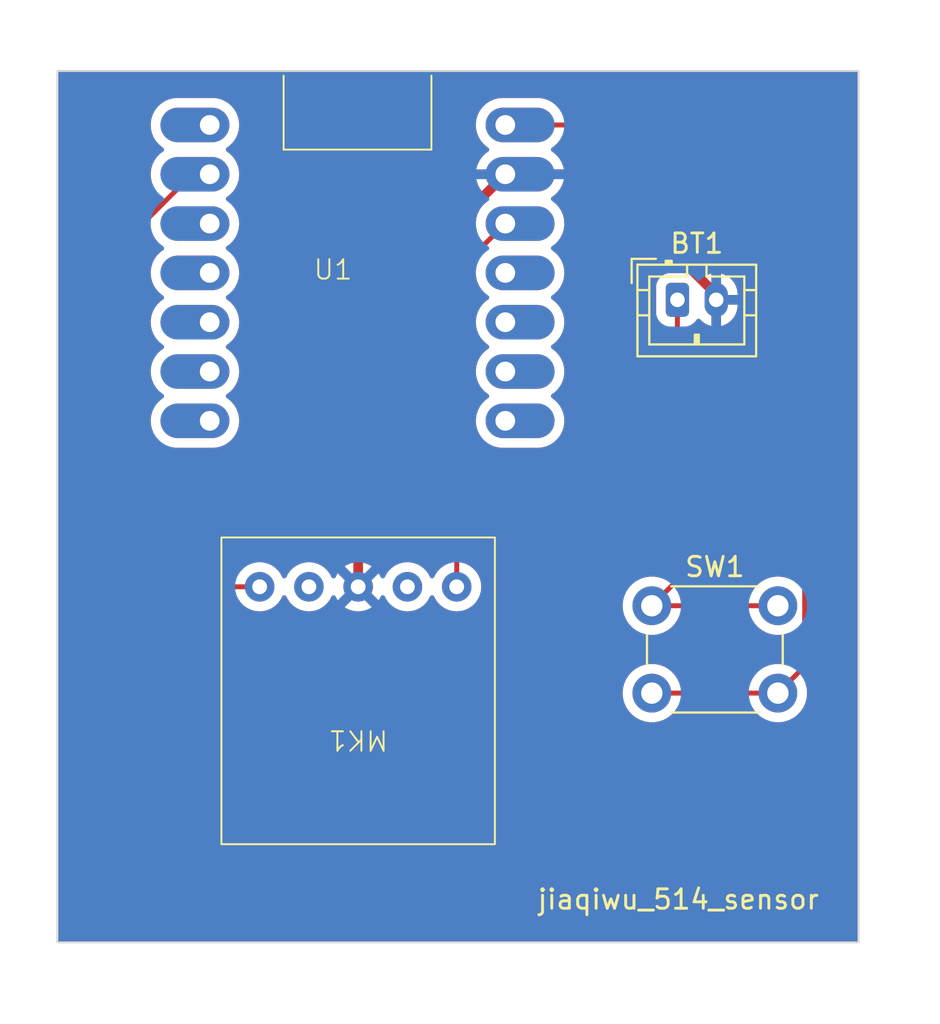
<source format=kicad_pcb>
(kicad_pcb (version 20221018) (generator pcbnew)
  (title_block (title "jiaqiwu_sensor_b") (date "2024-02-03") (rev "1.0"))
  (layers (0 "F.Cu" signal) (31 "B.Cu" signal) (34 "B.Paste" user) (35 "F.Paste" user) (36 "B.SilkS" user "B.Silkscreen") (37 "F.SilkS" user "F.Silkscreen") (38 "B.Mask" user) (39 "F.Mask" user) (44 "Edge.Cuts" user))
  (net 0 "")
  (net 1 "Net-(BT1-+)")
  (net 2 "GND")
  (net 5 "Net-(U1-GPIO2_A1_D1)")
  (net 6 "Net-(U1-3V3)")
  (net 7 "Net-(SW1-B)")
  (footprint "Connector_JST:JST_PH_B2B-PH-K_1x02_P2.00mm_Vertical" (layer "F.Cu") (at 141.4526 75.6666)
    (fp_text reference "BT1" (at 1 -2.9) (layer "F.SilkS"))
    (fp_text value "Battery 3.7")
    (fp_line (start -2.36 -2.11) (end -2.36 -0.86) (stroke (width 0.12)) (layer "F.SilkS"))
    (fp_line (start -2.06 -1.81) (end -2.06 2.91) (stroke (width 0.12)) (layer "F.SilkS"))
    (fp_line (start -2.06 -0.5) (end -1.45 -0.5) (stroke (width 0.12)) (layer "F.SilkS"))
    (fp_line (start -2.06 0.8) (end -1.45 0.8) (stroke (width 0.12)) (layer "F.SilkS"))
    (fp_line (start -2.06 2.91) (end 4.06 2.91) (stroke (width 0.12)) (layer "F.SilkS"))
    (fp_line (start -1.45 -1.2) (end -1.45 2.3) (stroke (width 0.12)) (layer "F.SilkS"))
    (fp_line (start -1.45 2.3) (end 3.45 2.3) (stroke (width 0.12)) (layer "F.SilkS"))
    (fp_line (start -1.11 -2.11) (end -2.36 -2.11) (stroke (width 0.12)) (layer "F.SilkS"))
    (fp_line (start -0.6 -2.01) (end -0.6 -1.81) (stroke (width 0.12)) (layer "F.SilkS"))
    (fp_line (start -0.3 -2.01) (end -0.6 -2.01) (stroke (width 0.12)) (layer "F.SilkS"))
    (fp_line (start -0.3 -1.91) (end -0.6 -1.91) (stroke (width 0.12)) (layer "F.SilkS"))
    (fp_line (start -0.3 -1.81) (end -0.3 -2.01) (stroke (width 0.12)) (layer "F.SilkS"))
    (fp_line (start 0.5 -1.81) (end 0.5 -1.2) (stroke (width 0.12)) (layer "F.SilkS"))
    (fp_line (start 0.5 -1.2) (end -1.45 -1.2) (stroke (width 0.12)) (layer "F.SilkS"))
    (fp_line (start 0.9 1.8) (end 1.1 1.8) (stroke (width 0.12)) (layer "F.SilkS"))
    (fp_line (start 0.9 2.3) (end 0.9 1.8) (stroke (width 0.12)) (layer "F.SilkS"))
    (fp_line (start 1 2.3) (end 1 1.8) (stroke (width 0.12)) (layer "F.SilkS"))
    (fp_line (start 1.1 1.8) (end 1.1 2.3) (stroke (width 0.12)) (layer "F.SilkS"))
    (fp_line (start 1.5 -1.2) (end 1.5 -1.81) (stroke (width 0.12)) (layer "F.SilkS"))
    (fp_line (start 3.45 -1.2) (end 1.5 -1.2) (stroke (width 0.12)) (layer "F.SilkS"))
    (fp_line (start 3.45 2.3) (end 3.45 -1.2) (stroke (width 0.12)) (layer "F.SilkS"))
    (fp_line (start 4.06 -1.81) (end -2.06 -1.81) (stroke (width 0.12)) (layer "F.SilkS"))
    (fp_line (start 4.06 -0.5) (end 3.45 -0.5) (stroke (width 0.12)) (layer "F.SilkS"))
    (fp_line (start 4.06 0.8) (end 3.45 0.8) (stroke (width 0.12)) (layer "F.SilkS"))
    (fp_line (start 4.06 2.91) (end 4.06 -1.81) (stroke (width 0.12)) (layer "F.SilkS"))
    (pad "1" thru_hole roundrect (at 0 0) (size 1.2 1.75) (drill 0.75) (layers "*.Cu" "*.Mask") (roundrect_rratio 0.2083333333) (net 1 "Net-(BT1-+)"))
    (pad "2" thru_hole oval (at 2 0) (size 1.2 1.75) (drill 0.75) (layers "*.Cu" "*.Mask") (net 2 "GND"))
  )
  (footprint "Button_Switch_THT:SW_PUSH_6mm" (layer "F.Cu") (at 140.133 91.4252)
    (fp_text reference "SW1" (at 3.25 -2) (layer "F.SilkS"))
    (fp_text value "SW_SPST")
    (fp_line (start -0.25 1.5) (end -0.25 3) (stroke (width 0.12)) (layer "F.SilkS"))
    (fp_line (start 1 5.5) (end 5.5 5.5) (stroke (width 0.12)) (layer "F.SilkS"))
    (fp_line (start 5.5 -1) (end 1 -1) (stroke (width 0.12)) (layer "F.SilkS"))
    (fp_line (start 6.75 3) (end 6.75 1.5) (stroke (width 0.12)) (layer "F.SilkS"))
    (pad "1" thru_hole circle (at 0 0 90) (size 2 2) (drill 1.1) (layers "*.Cu" "*.Mask") (net 1 "Net-(BT1-+)"))
    (pad "1" thru_hole circle (at 6.5 0 90) (size 2 2) (drill 1.1) (layers "*.Cu" "*.Mask") (net 1 "Net-(BT1-+)"))
    (pad "2" thru_hole circle (at 0 4.5 90) (size 2 2) (drill 1.1) (layers "*.Cu" "*.Mask") (net 7 "Net-(SW1-B)"))
    (pad "2" thru_hole circle (at 6.5 4.5 90) (size 2 2) (drill 1.1) (layers "*.Cu" "*.Mask") (net 7 "Net-(SW1-B)"))
  )
  (footprint "spw-2430-brd:spw-2430-brd" (layer "F.Cu") (at 124.9934 95.8088 180)
    (fp_text reference "MK1" (at 0 -2.54 180 unlocked) (layer "F.SilkS") (effects (font (thickness 0.1))))
    (fp_text value "~")
    (fp_rect (start -7.05 -7.9) (end 7.05 7.9) (stroke (width 0.1)) (fill none) (layer "F.SilkS"))
    (pad "3v" thru_hole circle (at -2.54 5.36 180) (size 1.524 1.524) (drill 0.762) (layers "*.Cu" "*.Mask"))
    (pad "AC" thru_hole circle (at 2.54 5.36 180) (size 1.524 1.524) (drill 0.762) (layers "*.Cu" "*.Mask"))
    (pad "DC" thru_hole circle (at 5.08 5.36 180) (size 1.524 1.524) (drill 0.762) (layers "*.Cu" "*.Mask") (net 5 "Net-(U1-GPIO2_A1_D1)"))
    (pad "GND" thru_hole circle (at 0 5.36 180) (size 1.524 1.524) (drill 0.762) (layers "*.Cu" "*.Mask") (net 2 "GND"))
    (pad "vin" thru_hole circle (at -5.08 5.36 180) (size 1.524 1.524) (drill 0.762) (layers "*.Cu" "*.Mask") (net 6 "Net-(U1-3V3)"))
  )
  (footprint "Demo:XIAO_ESP32_SENSE" (layer "F.Cu") (at 124.96 74.28)
    (fp_text reference "U1" (at -1.262 -0.1628 unlocked) (layer "F.SilkS") (effects (font (thickness 0.1))))
    (fp_text value "~")
    (fp_line (start -3.81 -10.16) (end -3.81 -6.35) (stroke (width 0.1)) (layer "F.SilkS"))
    (fp_line (start -3.81 -6.35) (end 3.81 -6.35) (stroke (width 0.1)) (layer "F.SilkS"))
    (fp_line (start 3.81 -6.35) (end 3.81 -10.16) (stroke (width 0.1)) (layer "F.SilkS"))
    (pad "1" thru_hole oval (at -7.62 -7.62) (size 3.556 1.778) (drill 1.016 (offset -0.762 0)) (layers "*.Cu" "*.Mask"))
    (pad "2" thru_hole oval (at -7.62 -5.08) (size 3.556 1.778) (drill 1.016 (offset -0.762 0)) (layers "*.Cu" "*.Mask") (net 5 "Net-(U1-GPIO2_A1_D1)"))
    (pad "3" thru_hole oval (at -7.62 -2.54) (size 3.556 1.778) (drill 1.016 (offset -0.762 0)) (layers "*.Cu" "*.Mask"))
    (pad "4" thru_hole oval (at -7.62 0) (size 3.556 1.778) (drill 1.016 (offset -0.762 0)) (layers "*.Cu" "*.Mask"))
    (pad "5" thru_hole oval (at -7.62 2.54) (size 3.556 1.778) (drill 1.016 (offset -0.762 0)) (layers "*.Cu" "*.Mask"))
    (pad "6" thru_hole oval (at -7.62 5.08) (size 3.556 1.778) (drill 1.016 (offset -0.762 0)) (layers "*.Cu" "*.Mask"))
    (pad "7" thru_hole oval (at -7.62 7.62) (size 3.556 1.778) (drill 1.016 (offset -0.762 0)) (layers "*.Cu" "*.Mask"))
    (pad "8" thru_hole oval (at 7.62 -7.62) (size 3.556 1.778) (drill 1.016 (offset 0.762 0)) (layers "*.Cu" "*.Mask") (net 7 "Net-(SW1-B)"))
    (pad "9" thru_hole oval (at 7.62 -5.08) (size 3.556 1.778) (drill 1.016 (offset 0.762 0)) (layers "*.Cu" "*.Mask") (net 2 "GND"))
    (pad "10" thru_hole oval (at 7.62 -2.54) (size 3.556 1.778) (drill 1.016 (offset 0.762 0)) (layers "*.Cu" "*.Mask") (net 6 "Net-(U1-3V3)"))
    (pad "11" thru_hole oval (at 7.62 0) (size 3.556 1.778) (drill 1.016 (offset 0.762 0)) (layers "*.Cu" "*.Mask"))
    (pad "12" thru_hole oval (at 7.62 2.54) (size 3.556 1.778) (drill 1.016 (offset 0.762 0)) (layers "*.Cu" "*.Mask"))
    (pad "13" thru_hole oval (at 7.62 5.08) (size 3.556 1.778) (drill 1.016 (offset 0.762 0)) (layers "*.Cu" "*.Mask"))
    (pad "14" thru_hole oval (at 7.62 7.62) (size 3.556 1.778) (drill 1.016 (offset 0.762 0)) (layers "*.Cu" "*.Mask"))
  )
  (gr_rect (start 109.4867 63.881) (end 150.7871 108.7628) (stroke (width 0.1)) (fill none) (layer "Edge.Cuts"))
  (gr_text "jiaqiwu_514_sensor" (at 134.1628 107.1372) (layer "F.SilkS") (effects (font (size 1 1)) (justify left bottom)))
  (segment (start 140.133 91.4252) (end 146.633 91.4252) (width 0.254) (layer "F.Cu") (net 1))
  (segment (start 141.4526 90.1056) (end 140.133 91.4252) (width 0.254) (layer "F.Cu") (net 1))
  (segment (start 141.4526 75.6666) (end 141.4526 90.1056) (width 0.254) (layer "F.Cu") (net 1))
  (segment (start 143.4526 75.3916) (end 143.4526 75.6666) (width 0.5) (layer "F.Cu") (net 2))
  (segment (start 137.261 69.2) (end 143.4526 75.3916) (width 0.5) (layer "F.Cu") (net 2))
  (segment (start 132.58 69.2) (end 137.261 69.2) (width 0.5) (layer "F.Cu") (net 2))
  (segment (start 124.9934 76.7866) (end 124.9934 90.4488) (width 0.5) (layer "F.Cu") (net 2))
  (segment (start 132.58 69.2) (end 124.9934 76.7866) (width 0.5) (layer "F.Cu") (net 2))
  (segment (start 117.34 69.2) (end 116.432949 69.2) (width 0.254) (layer "F.Cu") (net 5))
  (segment (start 112.5982 86.2584) (end 116.7886 90.4488) (width 0.254) (layer "F.Cu") (net 5))
  (segment (start 116.7886 90.4488) (end 119.9134 90.4488) (width 0.254) (layer "F.Cu") (net 5))
  (segment (start 116.432949 69.2) (end 112.5982 73.034749) (width 0.254) (layer "F.Cu") (net 5))
  (segment (start 112.5982 73.034749) (end 112.5982 86.2584) (width 0.254) (layer "F.Cu") (net 5))
  (segment (start 132.58 71.74) (end 133.487051 71.74) (width 0.254) (layer "F.Cu") (net 6))
  (segment (start 130.0734 74.2466) (end 130.0734 90.4488) (width 0.254) (layer "F.Cu") (net 6))
  (segment (start 132.58 71.74) (end 130.0734 74.2466) (width 0.254) (layer "F.Cu") (net 6))
  (segment (start 148.014 73.4396) (end 148.014 94.5442) (width 0.254) (layer "F.Cu") (net 7))
  (segment (start 141.2344 66.66) (end 148.014 73.4396) (width 0.254) (layer "F.Cu") (net 7))
  (segment (start 146.633 95.9252) (end 140.133 95.9252) (width 0.254) (layer "F.Cu") (net 7))
  (segment (start 148.014 94.5442) (end 146.633 95.9252) (width 0.254) (layer "F.Cu") (net 7))
  (segment (start 132.58 66.66) (end 141.2344 66.66) (width 0.254) (layer "F.Cu") (net 7))
  (zone (net 2) (net_name "GND") (layers "F&B.Cu") (connect_pads (clearance 0.5)) (min_thickness 0.25) (fill yes (thermal_gap 0.5) (thermal_bridge_width 0.5))
    (polygon (pts (xy 106.5276 60.2742) (xy 154.9908 60.2742) (xy 154.9908 112.8268) (xy 154.8384 112.9792) (xy 106.7816 112.9792) (xy 106.5276 112.7252) (xy 106.5276 60.2234)))
  )
)
</source>
